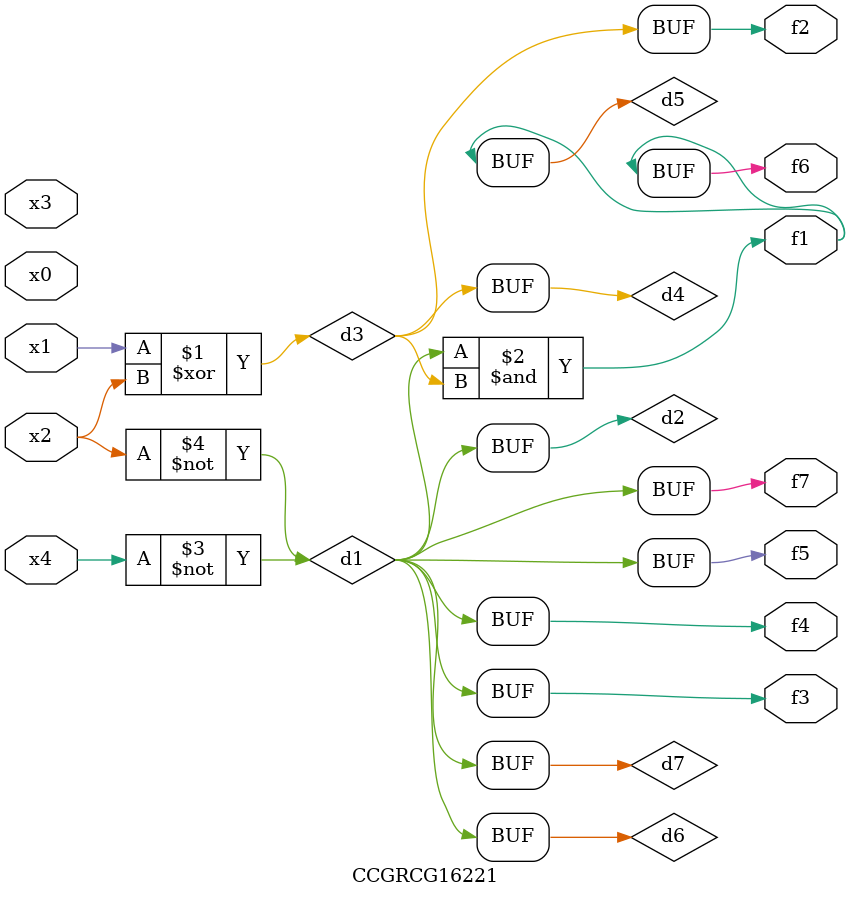
<source format=v>
module CCGRCG16221(
	input x0, x1, x2, x3, x4,
	output f1, f2, f3, f4, f5, f6, f7
);

	wire d1, d2, d3, d4, d5, d6, d7;

	not (d1, x4);
	not (d2, x2);
	xor (d3, x1, x2);
	buf (d4, d3);
	and (d5, d1, d3);
	buf (d6, d1, d2);
	buf (d7, d2);
	assign f1 = d5;
	assign f2 = d4;
	assign f3 = d7;
	assign f4 = d7;
	assign f5 = d7;
	assign f6 = d5;
	assign f7 = d7;
endmodule

</source>
